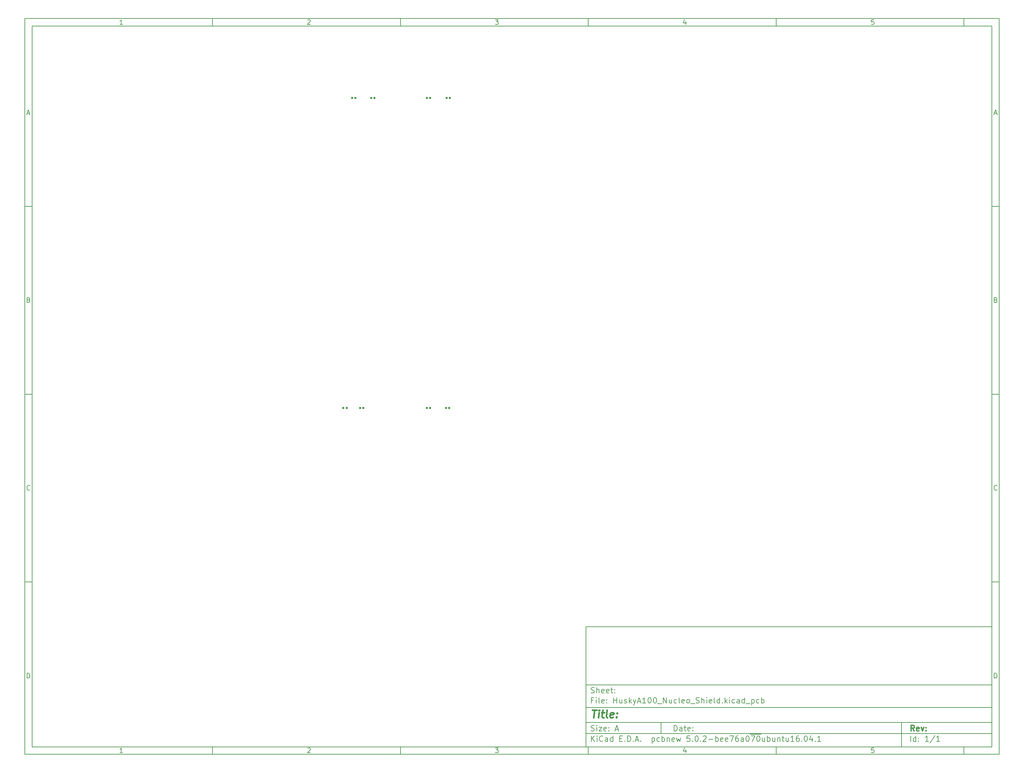
<source format=gbr>
G04 #@! TF.GenerationSoftware,KiCad,Pcbnew,5.0.2-bee76a0~70~ubuntu16.04.1*
G04 #@! TF.CreationDate,2019-01-25T11:05:23-05:00*
G04 #@! TF.ProjectId,HuskyA100_Nucleo_Shield,4875736b-7941-4313-9030-5f4e75636c65,rev?*
G04 #@! TF.SameCoordinates,Original*
G04 #@! TF.FileFunction,Paste,Top*
G04 #@! TF.FilePolarity,Positive*
%FSLAX46Y46*%
G04 Gerber Fmt 4.6, Leading zero omitted, Abs format (unit mm)*
G04 Created by KiCad (PCBNEW 5.0.2-bee76a0~70~ubuntu16.04.1) date Fri 25 Jan 2019 11:05:23 AM EST*
%MOMM*%
%LPD*%
G01*
G04 APERTURE LIST*
%ADD10C,0.100000*%
%ADD11C,0.150000*%
%ADD12C,0.300000*%
%ADD13C,0.400000*%
%ADD14R,0.558800X0.558800*%
G04 APERTURE END LIST*
D10*
D11*
X159400000Y-171900000D02*
X159400000Y-203900000D01*
X267400000Y-203900000D01*
X267400000Y-171900000D01*
X159400000Y-171900000D01*
D10*
D11*
X10000000Y-10000000D02*
X10000000Y-205900000D01*
X269400000Y-205900000D01*
X269400000Y-10000000D01*
X10000000Y-10000000D01*
D10*
D11*
X12000000Y-12000000D02*
X12000000Y-203900000D01*
X267400000Y-203900000D01*
X267400000Y-12000000D01*
X12000000Y-12000000D01*
D10*
D11*
X60000000Y-12000000D02*
X60000000Y-10000000D01*
D10*
D11*
X110000000Y-12000000D02*
X110000000Y-10000000D01*
D10*
D11*
X160000000Y-12000000D02*
X160000000Y-10000000D01*
D10*
D11*
X210000000Y-12000000D02*
X210000000Y-10000000D01*
D10*
D11*
X260000000Y-12000000D02*
X260000000Y-10000000D01*
D10*
D11*
X36065476Y-11588095D02*
X35322619Y-11588095D01*
X35694047Y-11588095D02*
X35694047Y-10288095D01*
X35570238Y-10473809D01*
X35446428Y-10597619D01*
X35322619Y-10659523D01*
D10*
D11*
X85322619Y-10411904D02*
X85384523Y-10350000D01*
X85508333Y-10288095D01*
X85817857Y-10288095D01*
X85941666Y-10350000D01*
X86003571Y-10411904D01*
X86065476Y-10535714D01*
X86065476Y-10659523D01*
X86003571Y-10845238D01*
X85260714Y-11588095D01*
X86065476Y-11588095D01*
D10*
D11*
X135260714Y-10288095D02*
X136065476Y-10288095D01*
X135632142Y-10783333D01*
X135817857Y-10783333D01*
X135941666Y-10845238D01*
X136003571Y-10907142D01*
X136065476Y-11030952D01*
X136065476Y-11340476D01*
X136003571Y-11464285D01*
X135941666Y-11526190D01*
X135817857Y-11588095D01*
X135446428Y-11588095D01*
X135322619Y-11526190D01*
X135260714Y-11464285D01*
D10*
D11*
X185941666Y-10721428D02*
X185941666Y-11588095D01*
X185632142Y-10226190D02*
X185322619Y-11154761D01*
X186127380Y-11154761D01*
D10*
D11*
X236003571Y-10288095D02*
X235384523Y-10288095D01*
X235322619Y-10907142D01*
X235384523Y-10845238D01*
X235508333Y-10783333D01*
X235817857Y-10783333D01*
X235941666Y-10845238D01*
X236003571Y-10907142D01*
X236065476Y-11030952D01*
X236065476Y-11340476D01*
X236003571Y-11464285D01*
X235941666Y-11526190D01*
X235817857Y-11588095D01*
X235508333Y-11588095D01*
X235384523Y-11526190D01*
X235322619Y-11464285D01*
D10*
D11*
X60000000Y-203900000D02*
X60000000Y-205900000D01*
D10*
D11*
X110000000Y-203900000D02*
X110000000Y-205900000D01*
D10*
D11*
X160000000Y-203900000D02*
X160000000Y-205900000D01*
D10*
D11*
X210000000Y-203900000D02*
X210000000Y-205900000D01*
D10*
D11*
X260000000Y-203900000D02*
X260000000Y-205900000D01*
D10*
D11*
X36065476Y-205488095D02*
X35322619Y-205488095D01*
X35694047Y-205488095D02*
X35694047Y-204188095D01*
X35570238Y-204373809D01*
X35446428Y-204497619D01*
X35322619Y-204559523D01*
D10*
D11*
X85322619Y-204311904D02*
X85384523Y-204250000D01*
X85508333Y-204188095D01*
X85817857Y-204188095D01*
X85941666Y-204250000D01*
X86003571Y-204311904D01*
X86065476Y-204435714D01*
X86065476Y-204559523D01*
X86003571Y-204745238D01*
X85260714Y-205488095D01*
X86065476Y-205488095D01*
D10*
D11*
X135260714Y-204188095D02*
X136065476Y-204188095D01*
X135632142Y-204683333D01*
X135817857Y-204683333D01*
X135941666Y-204745238D01*
X136003571Y-204807142D01*
X136065476Y-204930952D01*
X136065476Y-205240476D01*
X136003571Y-205364285D01*
X135941666Y-205426190D01*
X135817857Y-205488095D01*
X135446428Y-205488095D01*
X135322619Y-205426190D01*
X135260714Y-205364285D01*
D10*
D11*
X185941666Y-204621428D02*
X185941666Y-205488095D01*
X185632142Y-204126190D02*
X185322619Y-205054761D01*
X186127380Y-205054761D01*
D10*
D11*
X236003571Y-204188095D02*
X235384523Y-204188095D01*
X235322619Y-204807142D01*
X235384523Y-204745238D01*
X235508333Y-204683333D01*
X235817857Y-204683333D01*
X235941666Y-204745238D01*
X236003571Y-204807142D01*
X236065476Y-204930952D01*
X236065476Y-205240476D01*
X236003571Y-205364285D01*
X235941666Y-205426190D01*
X235817857Y-205488095D01*
X235508333Y-205488095D01*
X235384523Y-205426190D01*
X235322619Y-205364285D01*
D10*
D11*
X10000000Y-60000000D02*
X12000000Y-60000000D01*
D10*
D11*
X10000000Y-110000000D02*
X12000000Y-110000000D01*
D10*
D11*
X10000000Y-160000000D02*
X12000000Y-160000000D01*
D10*
D11*
X10690476Y-35216666D02*
X11309523Y-35216666D01*
X10566666Y-35588095D02*
X11000000Y-34288095D01*
X11433333Y-35588095D01*
D10*
D11*
X11092857Y-84907142D02*
X11278571Y-84969047D01*
X11340476Y-85030952D01*
X11402380Y-85154761D01*
X11402380Y-85340476D01*
X11340476Y-85464285D01*
X11278571Y-85526190D01*
X11154761Y-85588095D01*
X10659523Y-85588095D01*
X10659523Y-84288095D01*
X11092857Y-84288095D01*
X11216666Y-84350000D01*
X11278571Y-84411904D01*
X11340476Y-84535714D01*
X11340476Y-84659523D01*
X11278571Y-84783333D01*
X11216666Y-84845238D01*
X11092857Y-84907142D01*
X10659523Y-84907142D01*
D10*
D11*
X11402380Y-135464285D02*
X11340476Y-135526190D01*
X11154761Y-135588095D01*
X11030952Y-135588095D01*
X10845238Y-135526190D01*
X10721428Y-135402380D01*
X10659523Y-135278571D01*
X10597619Y-135030952D01*
X10597619Y-134845238D01*
X10659523Y-134597619D01*
X10721428Y-134473809D01*
X10845238Y-134350000D01*
X11030952Y-134288095D01*
X11154761Y-134288095D01*
X11340476Y-134350000D01*
X11402380Y-134411904D01*
D10*
D11*
X10659523Y-185588095D02*
X10659523Y-184288095D01*
X10969047Y-184288095D01*
X11154761Y-184350000D01*
X11278571Y-184473809D01*
X11340476Y-184597619D01*
X11402380Y-184845238D01*
X11402380Y-185030952D01*
X11340476Y-185278571D01*
X11278571Y-185402380D01*
X11154761Y-185526190D01*
X10969047Y-185588095D01*
X10659523Y-185588095D01*
D10*
D11*
X269400000Y-60000000D02*
X267400000Y-60000000D01*
D10*
D11*
X269400000Y-110000000D02*
X267400000Y-110000000D01*
D10*
D11*
X269400000Y-160000000D02*
X267400000Y-160000000D01*
D10*
D11*
X268090476Y-35216666D02*
X268709523Y-35216666D01*
X267966666Y-35588095D02*
X268400000Y-34288095D01*
X268833333Y-35588095D01*
D10*
D11*
X268492857Y-84907142D02*
X268678571Y-84969047D01*
X268740476Y-85030952D01*
X268802380Y-85154761D01*
X268802380Y-85340476D01*
X268740476Y-85464285D01*
X268678571Y-85526190D01*
X268554761Y-85588095D01*
X268059523Y-85588095D01*
X268059523Y-84288095D01*
X268492857Y-84288095D01*
X268616666Y-84350000D01*
X268678571Y-84411904D01*
X268740476Y-84535714D01*
X268740476Y-84659523D01*
X268678571Y-84783333D01*
X268616666Y-84845238D01*
X268492857Y-84907142D01*
X268059523Y-84907142D01*
D10*
D11*
X268802380Y-135464285D02*
X268740476Y-135526190D01*
X268554761Y-135588095D01*
X268430952Y-135588095D01*
X268245238Y-135526190D01*
X268121428Y-135402380D01*
X268059523Y-135278571D01*
X267997619Y-135030952D01*
X267997619Y-134845238D01*
X268059523Y-134597619D01*
X268121428Y-134473809D01*
X268245238Y-134350000D01*
X268430952Y-134288095D01*
X268554761Y-134288095D01*
X268740476Y-134350000D01*
X268802380Y-134411904D01*
D10*
D11*
X268059523Y-185588095D02*
X268059523Y-184288095D01*
X268369047Y-184288095D01*
X268554761Y-184350000D01*
X268678571Y-184473809D01*
X268740476Y-184597619D01*
X268802380Y-184845238D01*
X268802380Y-185030952D01*
X268740476Y-185278571D01*
X268678571Y-185402380D01*
X268554761Y-185526190D01*
X268369047Y-185588095D01*
X268059523Y-185588095D01*
D10*
D11*
X182832142Y-199678571D02*
X182832142Y-198178571D01*
X183189285Y-198178571D01*
X183403571Y-198250000D01*
X183546428Y-198392857D01*
X183617857Y-198535714D01*
X183689285Y-198821428D01*
X183689285Y-199035714D01*
X183617857Y-199321428D01*
X183546428Y-199464285D01*
X183403571Y-199607142D01*
X183189285Y-199678571D01*
X182832142Y-199678571D01*
X184975000Y-199678571D02*
X184975000Y-198892857D01*
X184903571Y-198750000D01*
X184760714Y-198678571D01*
X184475000Y-198678571D01*
X184332142Y-198750000D01*
X184975000Y-199607142D02*
X184832142Y-199678571D01*
X184475000Y-199678571D01*
X184332142Y-199607142D01*
X184260714Y-199464285D01*
X184260714Y-199321428D01*
X184332142Y-199178571D01*
X184475000Y-199107142D01*
X184832142Y-199107142D01*
X184975000Y-199035714D01*
X185475000Y-198678571D02*
X186046428Y-198678571D01*
X185689285Y-198178571D02*
X185689285Y-199464285D01*
X185760714Y-199607142D01*
X185903571Y-199678571D01*
X186046428Y-199678571D01*
X187117857Y-199607142D02*
X186975000Y-199678571D01*
X186689285Y-199678571D01*
X186546428Y-199607142D01*
X186475000Y-199464285D01*
X186475000Y-198892857D01*
X186546428Y-198750000D01*
X186689285Y-198678571D01*
X186975000Y-198678571D01*
X187117857Y-198750000D01*
X187189285Y-198892857D01*
X187189285Y-199035714D01*
X186475000Y-199178571D01*
X187832142Y-199535714D02*
X187903571Y-199607142D01*
X187832142Y-199678571D01*
X187760714Y-199607142D01*
X187832142Y-199535714D01*
X187832142Y-199678571D01*
X187832142Y-198750000D02*
X187903571Y-198821428D01*
X187832142Y-198892857D01*
X187760714Y-198821428D01*
X187832142Y-198750000D01*
X187832142Y-198892857D01*
D10*
D11*
X159400000Y-200400000D02*
X267400000Y-200400000D01*
D10*
D11*
X160832142Y-202478571D02*
X160832142Y-200978571D01*
X161689285Y-202478571D02*
X161046428Y-201621428D01*
X161689285Y-200978571D02*
X160832142Y-201835714D01*
X162332142Y-202478571D02*
X162332142Y-201478571D01*
X162332142Y-200978571D02*
X162260714Y-201050000D01*
X162332142Y-201121428D01*
X162403571Y-201050000D01*
X162332142Y-200978571D01*
X162332142Y-201121428D01*
X163903571Y-202335714D02*
X163832142Y-202407142D01*
X163617857Y-202478571D01*
X163475000Y-202478571D01*
X163260714Y-202407142D01*
X163117857Y-202264285D01*
X163046428Y-202121428D01*
X162975000Y-201835714D01*
X162975000Y-201621428D01*
X163046428Y-201335714D01*
X163117857Y-201192857D01*
X163260714Y-201050000D01*
X163475000Y-200978571D01*
X163617857Y-200978571D01*
X163832142Y-201050000D01*
X163903571Y-201121428D01*
X165189285Y-202478571D02*
X165189285Y-201692857D01*
X165117857Y-201550000D01*
X164975000Y-201478571D01*
X164689285Y-201478571D01*
X164546428Y-201550000D01*
X165189285Y-202407142D02*
X165046428Y-202478571D01*
X164689285Y-202478571D01*
X164546428Y-202407142D01*
X164475000Y-202264285D01*
X164475000Y-202121428D01*
X164546428Y-201978571D01*
X164689285Y-201907142D01*
X165046428Y-201907142D01*
X165189285Y-201835714D01*
X166546428Y-202478571D02*
X166546428Y-200978571D01*
X166546428Y-202407142D02*
X166403571Y-202478571D01*
X166117857Y-202478571D01*
X165975000Y-202407142D01*
X165903571Y-202335714D01*
X165832142Y-202192857D01*
X165832142Y-201764285D01*
X165903571Y-201621428D01*
X165975000Y-201550000D01*
X166117857Y-201478571D01*
X166403571Y-201478571D01*
X166546428Y-201550000D01*
X168403571Y-201692857D02*
X168903571Y-201692857D01*
X169117857Y-202478571D02*
X168403571Y-202478571D01*
X168403571Y-200978571D01*
X169117857Y-200978571D01*
X169760714Y-202335714D02*
X169832142Y-202407142D01*
X169760714Y-202478571D01*
X169689285Y-202407142D01*
X169760714Y-202335714D01*
X169760714Y-202478571D01*
X170475000Y-202478571D02*
X170475000Y-200978571D01*
X170832142Y-200978571D01*
X171046428Y-201050000D01*
X171189285Y-201192857D01*
X171260714Y-201335714D01*
X171332142Y-201621428D01*
X171332142Y-201835714D01*
X171260714Y-202121428D01*
X171189285Y-202264285D01*
X171046428Y-202407142D01*
X170832142Y-202478571D01*
X170475000Y-202478571D01*
X171975000Y-202335714D02*
X172046428Y-202407142D01*
X171975000Y-202478571D01*
X171903571Y-202407142D01*
X171975000Y-202335714D01*
X171975000Y-202478571D01*
X172617857Y-202050000D02*
X173332142Y-202050000D01*
X172475000Y-202478571D02*
X172975000Y-200978571D01*
X173475000Y-202478571D01*
X173975000Y-202335714D02*
X174046428Y-202407142D01*
X173975000Y-202478571D01*
X173903571Y-202407142D01*
X173975000Y-202335714D01*
X173975000Y-202478571D01*
X176975000Y-201478571D02*
X176975000Y-202978571D01*
X176975000Y-201550000D02*
X177117857Y-201478571D01*
X177403571Y-201478571D01*
X177546428Y-201550000D01*
X177617857Y-201621428D01*
X177689285Y-201764285D01*
X177689285Y-202192857D01*
X177617857Y-202335714D01*
X177546428Y-202407142D01*
X177403571Y-202478571D01*
X177117857Y-202478571D01*
X176975000Y-202407142D01*
X178975000Y-202407142D02*
X178832142Y-202478571D01*
X178546428Y-202478571D01*
X178403571Y-202407142D01*
X178332142Y-202335714D01*
X178260714Y-202192857D01*
X178260714Y-201764285D01*
X178332142Y-201621428D01*
X178403571Y-201550000D01*
X178546428Y-201478571D01*
X178832142Y-201478571D01*
X178975000Y-201550000D01*
X179617857Y-202478571D02*
X179617857Y-200978571D01*
X179617857Y-201550000D02*
X179760714Y-201478571D01*
X180046428Y-201478571D01*
X180189285Y-201550000D01*
X180260714Y-201621428D01*
X180332142Y-201764285D01*
X180332142Y-202192857D01*
X180260714Y-202335714D01*
X180189285Y-202407142D01*
X180046428Y-202478571D01*
X179760714Y-202478571D01*
X179617857Y-202407142D01*
X180975000Y-201478571D02*
X180975000Y-202478571D01*
X180975000Y-201621428D02*
X181046428Y-201550000D01*
X181189285Y-201478571D01*
X181403571Y-201478571D01*
X181546428Y-201550000D01*
X181617857Y-201692857D01*
X181617857Y-202478571D01*
X182903571Y-202407142D02*
X182760714Y-202478571D01*
X182475000Y-202478571D01*
X182332142Y-202407142D01*
X182260714Y-202264285D01*
X182260714Y-201692857D01*
X182332142Y-201550000D01*
X182475000Y-201478571D01*
X182760714Y-201478571D01*
X182903571Y-201550000D01*
X182975000Y-201692857D01*
X182975000Y-201835714D01*
X182260714Y-201978571D01*
X183475000Y-201478571D02*
X183760714Y-202478571D01*
X184046428Y-201764285D01*
X184332142Y-202478571D01*
X184617857Y-201478571D01*
X187046428Y-200978571D02*
X186332142Y-200978571D01*
X186260714Y-201692857D01*
X186332142Y-201621428D01*
X186475000Y-201550000D01*
X186832142Y-201550000D01*
X186975000Y-201621428D01*
X187046428Y-201692857D01*
X187117857Y-201835714D01*
X187117857Y-202192857D01*
X187046428Y-202335714D01*
X186975000Y-202407142D01*
X186832142Y-202478571D01*
X186475000Y-202478571D01*
X186332142Y-202407142D01*
X186260714Y-202335714D01*
X187760714Y-202335714D02*
X187832142Y-202407142D01*
X187760714Y-202478571D01*
X187689285Y-202407142D01*
X187760714Y-202335714D01*
X187760714Y-202478571D01*
X188760714Y-200978571D02*
X188903571Y-200978571D01*
X189046428Y-201050000D01*
X189117857Y-201121428D01*
X189189285Y-201264285D01*
X189260714Y-201550000D01*
X189260714Y-201907142D01*
X189189285Y-202192857D01*
X189117857Y-202335714D01*
X189046428Y-202407142D01*
X188903571Y-202478571D01*
X188760714Y-202478571D01*
X188617857Y-202407142D01*
X188546428Y-202335714D01*
X188475000Y-202192857D01*
X188403571Y-201907142D01*
X188403571Y-201550000D01*
X188475000Y-201264285D01*
X188546428Y-201121428D01*
X188617857Y-201050000D01*
X188760714Y-200978571D01*
X189903571Y-202335714D02*
X189975000Y-202407142D01*
X189903571Y-202478571D01*
X189832142Y-202407142D01*
X189903571Y-202335714D01*
X189903571Y-202478571D01*
X190546428Y-201121428D02*
X190617857Y-201050000D01*
X190760714Y-200978571D01*
X191117857Y-200978571D01*
X191260714Y-201050000D01*
X191332142Y-201121428D01*
X191403571Y-201264285D01*
X191403571Y-201407142D01*
X191332142Y-201621428D01*
X190475000Y-202478571D01*
X191403571Y-202478571D01*
X192046428Y-201907142D02*
X193189285Y-201907142D01*
X193903571Y-202478571D02*
X193903571Y-200978571D01*
X193903571Y-201550000D02*
X194046428Y-201478571D01*
X194332142Y-201478571D01*
X194475000Y-201550000D01*
X194546428Y-201621428D01*
X194617857Y-201764285D01*
X194617857Y-202192857D01*
X194546428Y-202335714D01*
X194475000Y-202407142D01*
X194332142Y-202478571D01*
X194046428Y-202478571D01*
X193903571Y-202407142D01*
X195832142Y-202407142D02*
X195689285Y-202478571D01*
X195403571Y-202478571D01*
X195260714Y-202407142D01*
X195189285Y-202264285D01*
X195189285Y-201692857D01*
X195260714Y-201550000D01*
X195403571Y-201478571D01*
X195689285Y-201478571D01*
X195832142Y-201550000D01*
X195903571Y-201692857D01*
X195903571Y-201835714D01*
X195189285Y-201978571D01*
X197117857Y-202407142D02*
X196975000Y-202478571D01*
X196689285Y-202478571D01*
X196546428Y-202407142D01*
X196475000Y-202264285D01*
X196475000Y-201692857D01*
X196546428Y-201550000D01*
X196689285Y-201478571D01*
X196975000Y-201478571D01*
X197117857Y-201550000D01*
X197189285Y-201692857D01*
X197189285Y-201835714D01*
X196475000Y-201978571D01*
X197689285Y-200978571D02*
X198689285Y-200978571D01*
X198046428Y-202478571D01*
X199903571Y-200978571D02*
X199617857Y-200978571D01*
X199475000Y-201050000D01*
X199403571Y-201121428D01*
X199260714Y-201335714D01*
X199189285Y-201621428D01*
X199189285Y-202192857D01*
X199260714Y-202335714D01*
X199332142Y-202407142D01*
X199475000Y-202478571D01*
X199760714Y-202478571D01*
X199903571Y-202407142D01*
X199975000Y-202335714D01*
X200046428Y-202192857D01*
X200046428Y-201835714D01*
X199975000Y-201692857D01*
X199903571Y-201621428D01*
X199760714Y-201550000D01*
X199475000Y-201550000D01*
X199332142Y-201621428D01*
X199260714Y-201692857D01*
X199189285Y-201835714D01*
X201332142Y-202478571D02*
X201332142Y-201692857D01*
X201260714Y-201550000D01*
X201117857Y-201478571D01*
X200832142Y-201478571D01*
X200689285Y-201550000D01*
X201332142Y-202407142D02*
X201189285Y-202478571D01*
X200832142Y-202478571D01*
X200689285Y-202407142D01*
X200617857Y-202264285D01*
X200617857Y-202121428D01*
X200689285Y-201978571D01*
X200832142Y-201907142D01*
X201189285Y-201907142D01*
X201332142Y-201835714D01*
X202332142Y-200978571D02*
X202475000Y-200978571D01*
X202617857Y-201050000D01*
X202689285Y-201121428D01*
X202760714Y-201264285D01*
X202832142Y-201550000D01*
X202832142Y-201907142D01*
X202760714Y-202192857D01*
X202689285Y-202335714D01*
X202617857Y-202407142D01*
X202475000Y-202478571D01*
X202332142Y-202478571D01*
X202189285Y-202407142D01*
X202117857Y-202335714D01*
X202046428Y-202192857D01*
X201975000Y-201907142D01*
X201975000Y-201550000D01*
X202046428Y-201264285D01*
X202117857Y-201121428D01*
X202189285Y-201050000D01*
X202332142Y-200978571D01*
X203117857Y-200570000D02*
X204546428Y-200570000D01*
X203332142Y-200978571D02*
X204332142Y-200978571D01*
X203689285Y-202478571D01*
X204546428Y-200570000D02*
X205975000Y-200570000D01*
X205189285Y-200978571D02*
X205332142Y-200978571D01*
X205475000Y-201050000D01*
X205546428Y-201121428D01*
X205617857Y-201264285D01*
X205689285Y-201550000D01*
X205689285Y-201907142D01*
X205617857Y-202192857D01*
X205546428Y-202335714D01*
X205475000Y-202407142D01*
X205332142Y-202478571D01*
X205189285Y-202478571D01*
X205046428Y-202407142D01*
X204975000Y-202335714D01*
X204903571Y-202192857D01*
X204832142Y-201907142D01*
X204832142Y-201550000D01*
X204903571Y-201264285D01*
X204975000Y-201121428D01*
X205046428Y-201050000D01*
X205189285Y-200978571D01*
X206975000Y-201478571D02*
X206975000Y-202478571D01*
X206332142Y-201478571D02*
X206332142Y-202264285D01*
X206403571Y-202407142D01*
X206546428Y-202478571D01*
X206760714Y-202478571D01*
X206903571Y-202407142D01*
X206975000Y-202335714D01*
X207689285Y-202478571D02*
X207689285Y-200978571D01*
X207689285Y-201550000D02*
X207832142Y-201478571D01*
X208117857Y-201478571D01*
X208260714Y-201550000D01*
X208332142Y-201621428D01*
X208403571Y-201764285D01*
X208403571Y-202192857D01*
X208332142Y-202335714D01*
X208260714Y-202407142D01*
X208117857Y-202478571D01*
X207832142Y-202478571D01*
X207689285Y-202407142D01*
X209689285Y-201478571D02*
X209689285Y-202478571D01*
X209046428Y-201478571D02*
X209046428Y-202264285D01*
X209117857Y-202407142D01*
X209260714Y-202478571D01*
X209475000Y-202478571D01*
X209617857Y-202407142D01*
X209689285Y-202335714D01*
X210403571Y-201478571D02*
X210403571Y-202478571D01*
X210403571Y-201621428D02*
X210475000Y-201550000D01*
X210617857Y-201478571D01*
X210832142Y-201478571D01*
X210975000Y-201550000D01*
X211046428Y-201692857D01*
X211046428Y-202478571D01*
X211546428Y-201478571D02*
X212117857Y-201478571D01*
X211760714Y-200978571D02*
X211760714Y-202264285D01*
X211832142Y-202407142D01*
X211975000Y-202478571D01*
X212117857Y-202478571D01*
X213260714Y-201478571D02*
X213260714Y-202478571D01*
X212617857Y-201478571D02*
X212617857Y-202264285D01*
X212689285Y-202407142D01*
X212832142Y-202478571D01*
X213046428Y-202478571D01*
X213189285Y-202407142D01*
X213260714Y-202335714D01*
X214760714Y-202478571D02*
X213903571Y-202478571D01*
X214332142Y-202478571D02*
X214332142Y-200978571D01*
X214189285Y-201192857D01*
X214046428Y-201335714D01*
X213903571Y-201407142D01*
X216046428Y-200978571D02*
X215760714Y-200978571D01*
X215617857Y-201050000D01*
X215546428Y-201121428D01*
X215403571Y-201335714D01*
X215332142Y-201621428D01*
X215332142Y-202192857D01*
X215403571Y-202335714D01*
X215475000Y-202407142D01*
X215617857Y-202478571D01*
X215903571Y-202478571D01*
X216046428Y-202407142D01*
X216117857Y-202335714D01*
X216189285Y-202192857D01*
X216189285Y-201835714D01*
X216117857Y-201692857D01*
X216046428Y-201621428D01*
X215903571Y-201550000D01*
X215617857Y-201550000D01*
X215475000Y-201621428D01*
X215403571Y-201692857D01*
X215332142Y-201835714D01*
X216832142Y-202335714D02*
X216903571Y-202407142D01*
X216832142Y-202478571D01*
X216760714Y-202407142D01*
X216832142Y-202335714D01*
X216832142Y-202478571D01*
X217832142Y-200978571D02*
X217975000Y-200978571D01*
X218117857Y-201050000D01*
X218189285Y-201121428D01*
X218260714Y-201264285D01*
X218332142Y-201550000D01*
X218332142Y-201907142D01*
X218260714Y-202192857D01*
X218189285Y-202335714D01*
X218117857Y-202407142D01*
X217975000Y-202478571D01*
X217832142Y-202478571D01*
X217689285Y-202407142D01*
X217617857Y-202335714D01*
X217546428Y-202192857D01*
X217475000Y-201907142D01*
X217475000Y-201550000D01*
X217546428Y-201264285D01*
X217617857Y-201121428D01*
X217689285Y-201050000D01*
X217832142Y-200978571D01*
X219617857Y-201478571D02*
X219617857Y-202478571D01*
X219260714Y-200907142D02*
X218903571Y-201978571D01*
X219832142Y-201978571D01*
X220403571Y-202335714D02*
X220474999Y-202407142D01*
X220403571Y-202478571D01*
X220332142Y-202407142D01*
X220403571Y-202335714D01*
X220403571Y-202478571D01*
X221903571Y-202478571D02*
X221046428Y-202478571D01*
X221475000Y-202478571D02*
X221475000Y-200978571D01*
X221332142Y-201192857D01*
X221189285Y-201335714D01*
X221046428Y-201407142D01*
D10*
D11*
X159400000Y-197400000D02*
X267400000Y-197400000D01*
D10*
D12*
X246809285Y-199678571D02*
X246309285Y-198964285D01*
X245952142Y-199678571D02*
X245952142Y-198178571D01*
X246523571Y-198178571D01*
X246666428Y-198250000D01*
X246737857Y-198321428D01*
X246809285Y-198464285D01*
X246809285Y-198678571D01*
X246737857Y-198821428D01*
X246666428Y-198892857D01*
X246523571Y-198964285D01*
X245952142Y-198964285D01*
X248023571Y-199607142D02*
X247880714Y-199678571D01*
X247595000Y-199678571D01*
X247452142Y-199607142D01*
X247380714Y-199464285D01*
X247380714Y-198892857D01*
X247452142Y-198750000D01*
X247595000Y-198678571D01*
X247880714Y-198678571D01*
X248023571Y-198750000D01*
X248095000Y-198892857D01*
X248095000Y-199035714D01*
X247380714Y-199178571D01*
X248595000Y-198678571D02*
X248952142Y-199678571D01*
X249309285Y-198678571D01*
X249880714Y-199535714D02*
X249952142Y-199607142D01*
X249880714Y-199678571D01*
X249809285Y-199607142D01*
X249880714Y-199535714D01*
X249880714Y-199678571D01*
X249880714Y-198750000D02*
X249952142Y-198821428D01*
X249880714Y-198892857D01*
X249809285Y-198821428D01*
X249880714Y-198750000D01*
X249880714Y-198892857D01*
D10*
D11*
X160760714Y-199607142D02*
X160975000Y-199678571D01*
X161332142Y-199678571D01*
X161475000Y-199607142D01*
X161546428Y-199535714D01*
X161617857Y-199392857D01*
X161617857Y-199250000D01*
X161546428Y-199107142D01*
X161475000Y-199035714D01*
X161332142Y-198964285D01*
X161046428Y-198892857D01*
X160903571Y-198821428D01*
X160832142Y-198750000D01*
X160760714Y-198607142D01*
X160760714Y-198464285D01*
X160832142Y-198321428D01*
X160903571Y-198250000D01*
X161046428Y-198178571D01*
X161403571Y-198178571D01*
X161617857Y-198250000D01*
X162260714Y-199678571D02*
X162260714Y-198678571D01*
X162260714Y-198178571D02*
X162189285Y-198250000D01*
X162260714Y-198321428D01*
X162332142Y-198250000D01*
X162260714Y-198178571D01*
X162260714Y-198321428D01*
X162832142Y-198678571D02*
X163617857Y-198678571D01*
X162832142Y-199678571D01*
X163617857Y-199678571D01*
X164760714Y-199607142D02*
X164617857Y-199678571D01*
X164332142Y-199678571D01*
X164189285Y-199607142D01*
X164117857Y-199464285D01*
X164117857Y-198892857D01*
X164189285Y-198750000D01*
X164332142Y-198678571D01*
X164617857Y-198678571D01*
X164760714Y-198750000D01*
X164832142Y-198892857D01*
X164832142Y-199035714D01*
X164117857Y-199178571D01*
X165475000Y-199535714D02*
X165546428Y-199607142D01*
X165475000Y-199678571D01*
X165403571Y-199607142D01*
X165475000Y-199535714D01*
X165475000Y-199678571D01*
X165475000Y-198750000D02*
X165546428Y-198821428D01*
X165475000Y-198892857D01*
X165403571Y-198821428D01*
X165475000Y-198750000D01*
X165475000Y-198892857D01*
X167260714Y-199250000D02*
X167975000Y-199250000D01*
X167117857Y-199678571D02*
X167617857Y-198178571D01*
X168117857Y-199678571D01*
D10*
D11*
X245832142Y-202478571D02*
X245832142Y-200978571D01*
X247189285Y-202478571D02*
X247189285Y-200978571D01*
X247189285Y-202407142D02*
X247046428Y-202478571D01*
X246760714Y-202478571D01*
X246617857Y-202407142D01*
X246546428Y-202335714D01*
X246475000Y-202192857D01*
X246475000Y-201764285D01*
X246546428Y-201621428D01*
X246617857Y-201550000D01*
X246760714Y-201478571D01*
X247046428Y-201478571D01*
X247189285Y-201550000D01*
X247903571Y-202335714D02*
X247975000Y-202407142D01*
X247903571Y-202478571D01*
X247832142Y-202407142D01*
X247903571Y-202335714D01*
X247903571Y-202478571D01*
X247903571Y-201550000D02*
X247975000Y-201621428D01*
X247903571Y-201692857D01*
X247832142Y-201621428D01*
X247903571Y-201550000D01*
X247903571Y-201692857D01*
X250546428Y-202478571D02*
X249689285Y-202478571D01*
X250117857Y-202478571D02*
X250117857Y-200978571D01*
X249975000Y-201192857D01*
X249832142Y-201335714D01*
X249689285Y-201407142D01*
X252260714Y-200907142D02*
X250975000Y-202835714D01*
X253546428Y-202478571D02*
X252689285Y-202478571D01*
X253117857Y-202478571D02*
X253117857Y-200978571D01*
X252975000Y-201192857D01*
X252832142Y-201335714D01*
X252689285Y-201407142D01*
D10*
D11*
X159400000Y-193400000D02*
X267400000Y-193400000D01*
D10*
D13*
X161112380Y-194104761D02*
X162255238Y-194104761D01*
X161433809Y-196104761D02*
X161683809Y-194104761D01*
X162671904Y-196104761D02*
X162838571Y-194771428D01*
X162921904Y-194104761D02*
X162814761Y-194200000D01*
X162898095Y-194295238D01*
X163005238Y-194200000D01*
X162921904Y-194104761D01*
X162898095Y-194295238D01*
X163505238Y-194771428D02*
X164267142Y-194771428D01*
X163874285Y-194104761D02*
X163660000Y-195819047D01*
X163731428Y-196009523D01*
X163910000Y-196104761D01*
X164100476Y-196104761D01*
X165052857Y-196104761D02*
X164874285Y-196009523D01*
X164802857Y-195819047D01*
X165017142Y-194104761D01*
X166588571Y-196009523D02*
X166386190Y-196104761D01*
X166005238Y-196104761D01*
X165826666Y-196009523D01*
X165755238Y-195819047D01*
X165850476Y-195057142D01*
X165969523Y-194866666D01*
X166171904Y-194771428D01*
X166552857Y-194771428D01*
X166731428Y-194866666D01*
X166802857Y-195057142D01*
X166779047Y-195247619D01*
X165802857Y-195438095D01*
X167552857Y-195914285D02*
X167636190Y-196009523D01*
X167529047Y-196104761D01*
X167445714Y-196009523D01*
X167552857Y-195914285D01*
X167529047Y-196104761D01*
X167683809Y-194866666D02*
X167767142Y-194961904D01*
X167660000Y-195057142D01*
X167576666Y-194961904D01*
X167683809Y-194866666D01*
X167660000Y-195057142D01*
D10*
D11*
X161332142Y-191492857D02*
X160832142Y-191492857D01*
X160832142Y-192278571D02*
X160832142Y-190778571D01*
X161546428Y-190778571D01*
X162117857Y-192278571D02*
X162117857Y-191278571D01*
X162117857Y-190778571D02*
X162046428Y-190850000D01*
X162117857Y-190921428D01*
X162189285Y-190850000D01*
X162117857Y-190778571D01*
X162117857Y-190921428D01*
X163046428Y-192278571D02*
X162903571Y-192207142D01*
X162832142Y-192064285D01*
X162832142Y-190778571D01*
X164189285Y-192207142D02*
X164046428Y-192278571D01*
X163760714Y-192278571D01*
X163617857Y-192207142D01*
X163546428Y-192064285D01*
X163546428Y-191492857D01*
X163617857Y-191350000D01*
X163760714Y-191278571D01*
X164046428Y-191278571D01*
X164189285Y-191350000D01*
X164260714Y-191492857D01*
X164260714Y-191635714D01*
X163546428Y-191778571D01*
X164903571Y-192135714D02*
X164975000Y-192207142D01*
X164903571Y-192278571D01*
X164832142Y-192207142D01*
X164903571Y-192135714D01*
X164903571Y-192278571D01*
X164903571Y-191350000D02*
X164975000Y-191421428D01*
X164903571Y-191492857D01*
X164832142Y-191421428D01*
X164903571Y-191350000D01*
X164903571Y-191492857D01*
X166760714Y-192278571D02*
X166760714Y-190778571D01*
X166760714Y-191492857D02*
X167617857Y-191492857D01*
X167617857Y-192278571D02*
X167617857Y-190778571D01*
X168975000Y-191278571D02*
X168975000Y-192278571D01*
X168332142Y-191278571D02*
X168332142Y-192064285D01*
X168403571Y-192207142D01*
X168546428Y-192278571D01*
X168760714Y-192278571D01*
X168903571Y-192207142D01*
X168975000Y-192135714D01*
X169617857Y-192207142D02*
X169760714Y-192278571D01*
X170046428Y-192278571D01*
X170189285Y-192207142D01*
X170260714Y-192064285D01*
X170260714Y-191992857D01*
X170189285Y-191850000D01*
X170046428Y-191778571D01*
X169832142Y-191778571D01*
X169689285Y-191707142D01*
X169617857Y-191564285D01*
X169617857Y-191492857D01*
X169689285Y-191350000D01*
X169832142Y-191278571D01*
X170046428Y-191278571D01*
X170189285Y-191350000D01*
X170903571Y-192278571D02*
X170903571Y-190778571D01*
X171046428Y-191707142D02*
X171475000Y-192278571D01*
X171475000Y-191278571D02*
X170903571Y-191850000D01*
X171975000Y-191278571D02*
X172332142Y-192278571D01*
X172689285Y-191278571D02*
X172332142Y-192278571D01*
X172189285Y-192635714D01*
X172117857Y-192707142D01*
X171975000Y-192778571D01*
X173189285Y-191850000D02*
X173903571Y-191850000D01*
X173046428Y-192278571D02*
X173546428Y-190778571D01*
X174046428Y-192278571D01*
X175332142Y-192278571D02*
X174475000Y-192278571D01*
X174903571Y-192278571D02*
X174903571Y-190778571D01*
X174760714Y-190992857D01*
X174617857Y-191135714D01*
X174475000Y-191207142D01*
X176260714Y-190778571D02*
X176403571Y-190778571D01*
X176546428Y-190850000D01*
X176617857Y-190921428D01*
X176689285Y-191064285D01*
X176760714Y-191350000D01*
X176760714Y-191707142D01*
X176689285Y-191992857D01*
X176617857Y-192135714D01*
X176546428Y-192207142D01*
X176403571Y-192278571D01*
X176260714Y-192278571D01*
X176117857Y-192207142D01*
X176046428Y-192135714D01*
X175975000Y-191992857D01*
X175903571Y-191707142D01*
X175903571Y-191350000D01*
X175975000Y-191064285D01*
X176046428Y-190921428D01*
X176117857Y-190850000D01*
X176260714Y-190778571D01*
X177689285Y-190778571D02*
X177832142Y-190778571D01*
X177975000Y-190850000D01*
X178046428Y-190921428D01*
X178117857Y-191064285D01*
X178189285Y-191350000D01*
X178189285Y-191707142D01*
X178117857Y-191992857D01*
X178046428Y-192135714D01*
X177975000Y-192207142D01*
X177832142Y-192278571D01*
X177689285Y-192278571D01*
X177546428Y-192207142D01*
X177475000Y-192135714D01*
X177403571Y-191992857D01*
X177332142Y-191707142D01*
X177332142Y-191350000D01*
X177403571Y-191064285D01*
X177475000Y-190921428D01*
X177546428Y-190850000D01*
X177689285Y-190778571D01*
X178475000Y-192421428D02*
X179617857Y-192421428D01*
X179975000Y-192278571D02*
X179975000Y-190778571D01*
X180832142Y-192278571D01*
X180832142Y-190778571D01*
X182189285Y-191278571D02*
X182189285Y-192278571D01*
X181546428Y-191278571D02*
X181546428Y-192064285D01*
X181617857Y-192207142D01*
X181760714Y-192278571D01*
X181975000Y-192278571D01*
X182117857Y-192207142D01*
X182189285Y-192135714D01*
X183546428Y-192207142D02*
X183403571Y-192278571D01*
X183117857Y-192278571D01*
X182975000Y-192207142D01*
X182903571Y-192135714D01*
X182832142Y-191992857D01*
X182832142Y-191564285D01*
X182903571Y-191421428D01*
X182975000Y-191350000D01*
X183117857Y-191278571D01*
X183403571Y-191278571D01*
X183546428Y-191350000D01*
X184403571Y-192278571D02*
X184260714Y-192207142D01*
X184189285Y-192064285D01*
X184189285Y-190778571D01*
X185546428Y-192207142D02*
X185403571Y-192278571D01*
X185117857Y-192278571D01*
X184975000Y-192207142D01*
X184903571Y-192064285D01*
X184903571Y-191492857D01*
X184975000Y-191350000D01*
X185117857Y-191278571D01*
X185403571Y-191278571D01*
X185546428Y-191350000D01*
X185617857Y-191492857D01*
X185617857Y-191635714D01*
X184903571Y-191778571D01*
X186475000Y-192278571D02*
X186332142Y-192207142D01*
X186260714Y-192135714D01*
X186189285Y-191992857D01*
X186189285Y-191564285D01*
X186260714Y-191421428D01*
X186332142Y-191350000D01*
X186475000Y-191278571D01*
X186689285Y-191278571D01*
X186832142Y-191350000D01*
X186903571Y-191421428D01*
X186975000Y-191564285D01*
X186975000Y-191992857D01*
X186903571Y-192135714D01*
X186832142Y-192207142D01*
X186689285Y-192278571D01*
X186475000Y-192278571D01*
X187260714Y-192421428D02*
X188403571Y-192421428D01*
X188689285Y-192207142D02*
X188903571Y-192278571D01*
X189260714Y-192278571D01*
X189403571Y-192207142D01*
X189475000Y-192135714D01*
X189546428Y-191992857D01*
X189546428Y-191850000D01*
X189475000Y-191707142D01*
X189403571Y-191635714D01*
X189260714Y-191564285D01*
X188975000Y-191492857D01*
X188832142Y-191421428D01*
X188760714Y-191350000D01*
X188689285Y-191207142D01*
X188689285Y-191064285D01*
X188760714Y-190921428D01*
X188832142Y-190850000D01*
X188975000Y-190778571D01*
X189332142Y-190778571D01*
X189546428Y-190850000D01*
X190189285Y-192278571D02*
X190189285Y-190778571D01*
X190832142Y-192278571D02*
X190832142Y-191492857D01*
X190760714Y-191350000D01*
X190617857Y-191278571D01*
X190403571Y-191278571D01*
X190260714Y-191350000D01*
X190189285Y-191421428D01*
X191546428Y-192278571D02*
X191546428Y-191278571D01*
X191546428Y-190778571D02*
X191475000Y-190850000D01*
X191546428Y-190921428D01*
X191617857Y-190850000D01*
X191546428Y-190778571D01*
X191546428Y-190921428D01*
X192832142Y-192207142D02*
X192689285Y-192278571D01*
X192403571Y-192278571D01*
X192260714Y-192207142D01*
X192189285Y-192064285D01*
X192189285Y-191492857D01*
X192260714Y-191350000D01*
X192403571Y-191278571D01*
X192689285Y-191278571D01*
X192832142Y-191350000D01*
X192903571Y-191492857D01*
X192903571Y-191635714D01*
X192189285Y-191778571D01*
X193760714Y-192278571D02*
X193617857Y-192207142D01*
X193546428Y-192064285D01*
X193546428Y-190778571D01*
X194975000Y-192278571D02*
X194975000Y-190778571D01*
X194975000Y-192207142D02*
X194832142Y-192278571D01*
X194546428Y-192278571D01*
X194403571Y-192207142D01*
X194332142Y-192135714D01*
X194260714Y-191992857D01*
X194260714Y-191564285D01*
X194332142Y-191421428D01*
X194403571Y-191350000D01*
X194546428Y-191278571D01*
X194832142Y-191278571D01*
X194975000Y-191350000D01*
X195689285Y-192135714D02*
X195760714Y-192207142D01*
X195689285Y-192278571D01*
X195617857Y-192207142D01*
X195689285Y-192135714D01*
X195689285Y-192278571D01*
X196403571Y-192278571D02*
X196403571Y-190778571D01*
X196546428Y-191707142D02*
X196975000Y-192278571D01*
X196975000Y-191278571D02*
X196403571Y-191850000D01*
X197617857Y-192278571D02*
X197617857Y-191278571D01*
X197617857Y-190778571D02*
X197546428Y-190850000D01*
X197617857Y-190921428D01*
X197689285Y-190850000D01*
X197617857Y-190778571D01*
X197617857Y-190921428D01*
X198975000Y-192207142D02*
X198832142Y-192278571D01*
X198546428Y-192278571D01*
X198403571Y-192207142D01*
X198332142Y-192135714D01*
X198260714Y-191992857D01*
X198260714Y-191564285D01*
X198332142Y-191421428D01*
X198403571Y-191350000D01*
X198546428Y-191278571D01*
X198832142Y-191278571D01*
X198975000Y-191350000D01*
X200260714Y-192278571D02*
X200260714Y-191492857D01*
X200189285Y-191350000D01*
X200046428Y-191278571D01*
X199760714Y-191278571D01*
X199617857Y-191350000D01*
X200260714Y-192207142D02*
X200117857Y-192278571D01*
X199760714Y-192278571D01*
X199617857Y-192207142D01*
X199546428Y-192064285D01*
X199546428Y-191921428D01*
X199617857Y-191778571D01*
X199760714Y-191707142D01*
X200117857Y-191707142D01*
X200260714Y-191635714D01*
X201617857Y-192278571D02*
X201617857Y-190778571D01*
X201617857Y-192207142D02*
X201475000Y-192278571D01*
X201189285Y-192278571D01*
X201046428Y-192207142D01*
X200975000Y-192135714D01*
X200903571Y-191992857D01*
X200903571Y-191564285D01*
X200975000Y-191421428D01*
X201046428Y-191350000D01*
X201189285Y-191278571D01*
X201475000Y-191278571D01*
X201617857Y-191350000D01*
X201975000Y-192421428D02*
X203117857Y-192421428D01*
X203475000Y-191278571D02*
X203475000Y-192778571D01*
X203475000Y-191350000D02*
X203617857Y-191278571D01*
X203903571Y-191278571D01*
X204046428Y-191350000D01*
X204117857Y-191421428D01*
X204189285Y-191564285D01*
X204189285Y-191992857D01*
X204117857Y-192135714D01*
X204046428Y-192207142D01*
X203903571Y-192278571D01*
X203617857Y-192278571D01*
X203475000Y-192207142D01*
X205475000Y-192207142D02*
X205332142Y-192278571D01*
X205046428Y-192278571D01*
X204903571Y-192207142D01*
X204832142Y-192135714D01*
X204760714Y-191992857D01*
X204760714Y-191564285D01*
X204832142Y-191421428D01*
X204903571Y-191350000D01*
X205046428Y-191278571D01*
X205332142Y-191278571D01*
X205475000Y-191350000D01*
X206117857Y-192278571D02*
X206117857Y-190778571D01*
X206117857Y-191350000D02*
X206260714Y-191278571D01*
X206546428Y-191278571D01*
X206689285Y-191350000D01*
X206760714Y-191421428D01*
X206832142Y-191564285D01*
X206832142Y-191992857D01*
X206760714Y-192135714D01*
X206689285Y-192207142D01*
X206546428Y-192278571D01*
X206260714Y-192278571D01*
X206117857Y-192207142D01*
D10*
D11*
X159400000Y-187400000D02*
X267400000Y-187400000D01*
D10*
D11*
X160760714Y-189507142D02*
X160975000Y-189578571D01*
X161332142Y-189578571D01*
X161475000Y-189507142D01*
X161546428Y-189435714D01*
X161617857Y-189292857D01*
X161617857Y-189150000D01*
X161546428Y-189007142D01*
X161475000Y-188935714D01*
X161332142Y-188864285D01*
X161046428Y-188792857D01*
X160903571Y-188721428D01*
X160832142Y-188650000D01*
X160760714Y-188507142D01*
X160760714Y-188364285D01*
X160832142Y-188221428D01*
X160903571Y-188150000D01*
X161046428Y-188078571D01*
X161403571Y-188078571D01*
X161617857Y-188150000D01*
X162260714Y-189578571D02*
X162260714Y-188078571D01*
X162903571Y-189578571D02*
X162903571Y-188792857D01*
X162832142Y-188650000D01*
X162689285Y-188578571D01*
X162475000Y-188578571D01*
X162332142Y-188650000D01*
X162260714Y-188721428D01*
X164189285Y-189507142D02*
X164046428Y-189578571D01*
X163760714Y-189578571D01*
X163617857Y-189507142D01*
X163546428Y-189364285D01*
X163546428Y-188792857D01*
X163617857Y-188650000D01*
X163760714Y-188578571D01*
X164046428Y-188578571D01*
X164189285Y-188650000D01*
X164260714Y-188792857D01*
X164260714Y-188935714D01*
X163546428Y-189078571D01*
X165475000Y-189507142D02*
X165332142Y-189578571D01*
X165046428Y-189578571D01*
X164903571Y-189507142D01*
X164832142Y-189364285D01*
X164832142Y-188792857D01*
X164903571Y-188650000D01*
X165046428Y-188578571D01*
X165332142Y-188578571D01*
X165475000Y-188650000D01*
X165546428Y-188792857D01*
X165546428Y-188935714D01*
X164832142Y-189078571D01*
X165975000Y-188578571D02*
X166546428Y-188578571D01*
X166189285Y-188078571D02*
X166189285Y-189364285D01*
X166260714Y-189507142D01*
X166403571Y-189578571D01*
X166546428Y-189578571D01*
X167046428Y-189435714D02*
X167117857Y-189507142D01*
X167046428Y-189578571D01*
X166975000Y-189507142D01*
X167046428Y-189435714D01*
X167046428Y-189578571D01*
X167046428Y-188650000D02*
X167117857Y-188721428D01*
X167046428Y-188792857D01*
X166975000Y-188721428D01*
X167046428Y-188650000D01*
X167046428Y-188792857D01*
D10*
D11*
X179400000Y-197400000D02*
X179400000Y-200400000D01*
D10*
D11*
X243400000Y-197400000D02*
X243400000Y-203900000D01*
D14*
G04 #@! TO.C,C1*
X102235000Y-31115000D03*
X103124000Y-31115000D03*
G04 #@! TD*
G04 #@! TO.C,C2*
X95694500Y-113665000D03*
X94805500Y-113665000D03*
G04 #@! TD*
G04 #@! TO.C,C3*
X117030500Y-31115000D03*
X117919500Y-31115000D03*
G04 #@! TD*
G04 #@! TO.C,C4*
X117919500Y-113665000D03*
X117030500Y-113665000D03*
G04 #@! TD*
G04 #@! TO.C,C5*
X122301000Y-31115000D03*
X123190000Y-31115000D03*
G04 #@! TD*
G04 #@! TO.C,C6*
X100139500Y-113665000D03*
X99250500Y-113665000D03*
G04 #@! TD*
G04 #@! TO.C,C7*
X98044000Y-31115000D03*
X97155000Y-31115000D03*
G04 #@! TD*
G04 #@! TO.C,C8*
X122999500Y-113665000D03*
X122110500Y-113665000D03*
G04 #@! TD*
M02*

</source>
